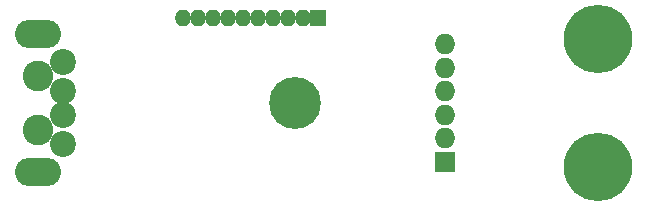
<source format=gbs>
G04 #@! TF.GenerationSoftware,KiCad,Pcbnew,(5.1.2-1)-1*
G04 #@! TF.CreationDate,2019-05-24T13:24:50+02:00*
G04 #@! TF.ProjectId,XoomFloppy,586f6f6d-466c-46f7-9070-792e6b696361,1.1*
G04 #@! TF.SameCoordinates,Original*
G04 #@! TF.FileFunction,Soldermask,Bot*
G04 #@! TF.FilePolarity,Negative*
%FSLAX46Y46*%
G04 Gerber Fmt 4.6, Leading zero omitted, Abs format (unit mm)*
G04 Created by KiCad (PCBNEW (5.1.2-1)-1) date 2019-05-24 13:24:50*
%MOMM*%
%LPD*%
G04 APERTURE LIST*
%ADD10C,2.200000*%
%ADD11C,2.600000*%
%ADD12O,3.900000X2.400000*%
%ADD13C,4.400000*%
%ADD14C,5.800000*%
%ADD15R,1.750000X1.750000*%
%ADD16O,1.750000X1.750000*%
%ADD17R,1.400000X1.400000*%
%ADD18O,1.400000X1.400000*%
G04 APERTURE END LIST*
D10*
X105500000Y-81500000D03*
X105500000Y-79000000D03*
X105500000Y-77000000D03*
X105500000Y-74500000D03*
D11*
X103400000Y-80300000D03*
X103400000Y-75700000D03*
D12*
X103400000Y-83850000D03*
X103400000Y-72150000D03*
D13*
X125100000Y-78000000D03*
D14*
X150750000Y-83400000D03*
X150800000Y-72600000D03*
D15*
X137800000Y-83000000D03*
D16*
X137800000Y-81000000D03*
X137800000Y-79000000D03*
X137800000Y-77000000D03*
X137800000Y-75000000D03*
X137800000Y-73000000D03*
D17*
X127100000Y-70800000D03*
D18*
X125830000Y-70800000D03*
X124560000Y-70800000D03*
X123290000Y-70800000D03*
X122020000Y-70800000D03*
X120750000Y-70800000D03*
X119480000Y-70800000D03*
X118210000Y-70800000D03*
X116940000Y-70800000D03*
X115670000Y-70800000D03*
M02*

</source>
